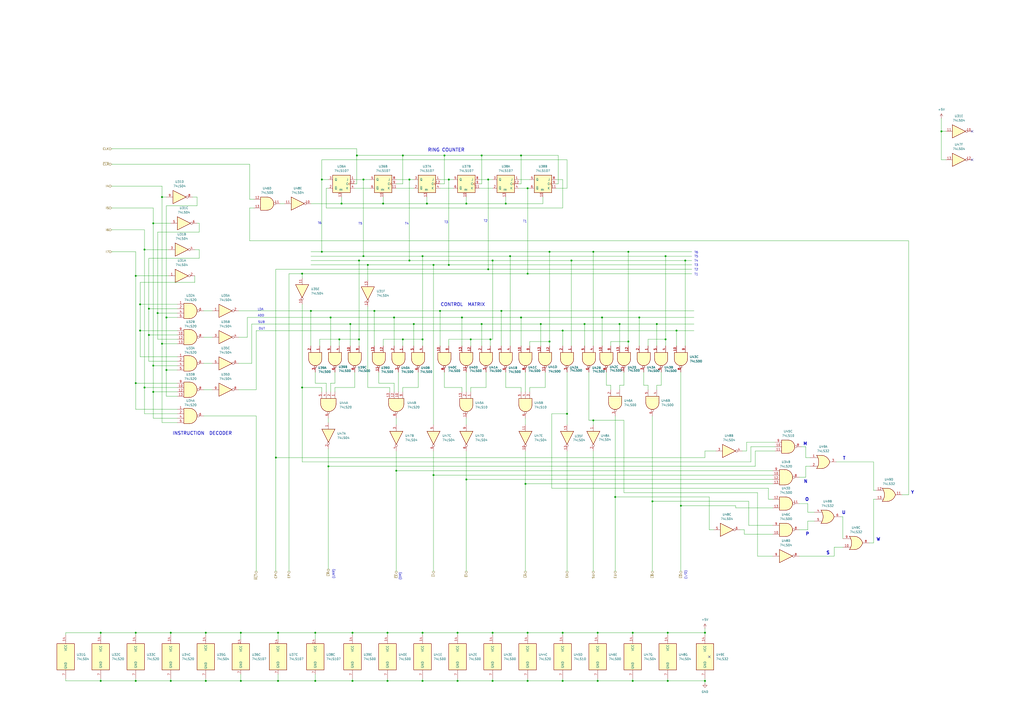
<source format=kicad_sch>
(kicad_sch (version 20231120) (generator "eeschema") (generator_version "8.0")
  (paper "A2")
  (title_block (title "ISAP-1 COMPUTER") (date "2025-01-19") (rev "Version 1.1") (comment 1 "by Linca Marius Gheorghe") (comment 3 "ISAP-1 Computer Model A"))
  (junction (at 293.37 118.11))
  (junction (at 265.43 367.03))
  (junction (at 364.49 198.12))
  (junction (at 408.94 394.97))
  (junction (at 378.46 290.83))
  (junction (at 331.47 151.13))
  (junction (at 295.91 148.59))
  (junction (at 279.4 90.17))
  (junction (at 283.21 156.21))
  (junction (at 191.77 184.15))
  (junction (at 186.69 146.05))
  (junction (at 78.74 367.03))
  (junction (at 284.48 196.85))
  (junction (at 394.97 293.37))
  (junction (at 203.2 187.96))
  (junction (at 302.26 90.17))
  (junction (at 224.79 394.97))
  (junction (at 387.35 394.97))
  (junction (at 93.98 114.3))
  (junction (at 78.74 394.97))
  (junction (at 139.7 394.97))
  (junction (at 313.69 187.96))
  (junction (at 270.51 278.13))
  (junction (at 204.47 367.03))
  (junction (at 367.03 367.03))
  (junction (at 237.49 104.14))
  (junction (at 83.82 144.78))
  (junction (at 265.43 394.97))
  (junction (at 328.93 240.03))
  (junction (at 370.84 184.15))
  (junction (at 270.51 118.11))
  (junction (at 119.38 367.03))
  (junction (at 392.43 191.77))
  (junction (at 260.35 104.14))
  (junction (at 285.75 394.97))
  (junction (at 367.03 394.97))
  (junction (at 359.41 187.96))
  (junction (at 210.82 148.59))
  (junction (at 306.07 109.22))
  (junction (at 283.21 104.14))
  (junction (at 182.88 367.03))
  (junction (at 257.81 90.17))
  (junction (at 93.98 199.39))
  (junction (at 285.75 151.13))
  (junction (at 279.4 187.96))
  (junction (at 208.28 151.13))
  (junction (at 83.82 224.79))
  (junction (at 233.68 196.85))
  (junction (at 175.26 158.75))
  (junction (at 213.36 153.67))
  (junction (at 344.17 146.05))
  (junction (at 210.82 104.14))
  (junction (at 81.28 191.77))
  (junction (at 88.9 212.09))
  (junction (at 349.25 184.15))
  (junction (at 198.12 118.11))
  (junction (at 255.27 180.34))
  (junction (at 306.07 367.03))
  (junction (at 364.49 146.05))
  (junction (at 204.47 394.97))
  (junction (at 161.29 367.03))
  (junction (at 86.36 194.31))
  (junction (at 228.6 184.15))
  (junction (at 245.11 394.97))
  (junction (at 119.38 394.97))
  (junction (at 247.65 118.11))
  (junction (at 306.07 158.75))
  (junction (at 58.42 367.03))
  (junction (at 339.09 187.96))
  (junction (at 245.11 148.59))
  (junction (at 182.88 394.97))
  (junction (at 306.07 394.97))
  (junction (at 344.17 243.84))
  (junction (at 229.87 273.05))
  (junction (at 91.44 181.61))
  (junction (at 302.26 184.15))
  (junction (at 237.49 151.13))
  (junction (at 326.39 394.97))
  (junction (at 326.39 367.03))
  (junction (at 240.03 187.96))
  (junction (at 81.28 176.53))
  (junction (at 208.28 196.85))
  (junction (at 346.71 394.97))
  (junction (at 180.34 180.34))
  (junction (at 318.77 146.05))
  (junction (at 186.69 104.14))
  (junction (at 356.87 288.29))
  (junction (at 326.39 191.77))
  (junction (at 381 187.96))
  (junction (at 217.17 180.34))
  (junction (at 251.46 153.67))
  (junction (at 139.7 367.03))
  (junction (at 397.51 151.13))
  (junction (at 245.11 196.85))
  (junction (at 222.25 118.11))
  (junction (at 96.52 214.63))
  (junction (at 196.85 196.85))
  (junction (at 78.74 160.02))
  (junction (at 546.1 76.2))
  (junction (at 207.01 90.17))
  (junction (at 88.9 227.33))
  (junction (at 161.29 394.97))
  (junction (at 245.11 367.03))
  (junction (at 346.71 367.03))
  (junction (at 386.08 196.85))
  (junction (at 86.36 179.07))
  (junction (at 387.35 367.03))
  (junction (at 304.8 280.67))
  (junction (at 285.75 367.03))
  (junction (at 290.83 180.34))
  (junction (at 386.08 148.59))
  (junction (at 318.77 198.12))
  (junction (at 273.05 196.85))
  (junction (at 224.79 367.03))
  (junction (at 96.52 184.15))
  (junction (at 260.35 153.67))
  (junction (at 88.9 129.54))
  (junction (at 233.68 90.17))
  (junction (at 267.97 184.15))
  (junction (at 190.5 270.51))
  (junction (at 175.26 224.79))
  (junction (at 408.94 367.03))
  (junction (at 58.42 394.97))
  (junction (at 99.06 367.03))
  (junction (at 251.46 275.59))
  (junction (at 160.02 265.43))
  (junction (at 99.06 394.97))
  (junction (at 78.74 222.25))
  (no_connect (at 563.88 92.71))
  (no_connect (at 563.88 76.2))
  (no_connect (at 411.48 381))
  (wire (pts (xy 233.68 90.17) (xy 257.81 90.17)))
  (wire (pts (xy 255.27 106.68) (xy 257.81 106.68)))
  (wire (pts (xy 279.4 187.96) (xy 279.4 200.66)))
  (wire (pts (xy 506.73 267.97) (xy 506.73 284.48)))
  (wire (pts (xy 468.63 297.18) (xy 468.63 292.1)))
  (wire (pts (xy 226.06 224.79) (xy 213.36 224.79)))
  (wire (pts (xy 273.05 196.85) (xy 273.05 200.66)))
  (wire (pts (xy 88.9 212.09) (xy 102.87 212.09)))
  (wire (pts (xy 488.95 299.72) (xy 488.95 312.42)))
  (wire (pts (xy 58.42 367.03) (xy 58.42 368.3)))
  (wire (pts (xy 508 289.56) (xy 506.73 289.56)))
  (wire (pts (xy 448.31 309.88) (xy 431.8 309.88)))
  (wire (pts (xy 81.28 191.77) (xy 102.87 191.77)))
  (wire (pts (xy 138.43 180.34) (xy 180.34 180.34)))
  (wire (pts (xy 115.57 144.78) (xy 115.57 149.86)))
  (wire (pts (xy 180.34 148.59) (xy 210.82 148.59)))
  (wire (pts (xy 279.4 90.17) (xy 257.81 90.17)))
  (wire (pts (xy 78.74 146.05) (xy 78.74 160.02)))
  (wire (pts (xy 318.77 146.05) (xy 344.17 146.05)))
  (wire (pts (xy 381 226.06) (xy 381 223.52)))
  (wire (pts (xy 93.98 245.11) (xy 102.87 245.11)))
  (wire (pts (xy 88.9 212.09) (xy 88.9 227.33)))
  (wire (pts (xy 64.77 107.95) (xy 93.98 107.95)))
  (wire (pts (xy 408.94 368.3) (xy 408.94 367.03)))
  (wire (pts (xy 364.49 146.05) (xy 364.49 198.12)))
  (wire (pts (xy 285.75 394.97) (xy 306.07 394.97)))
  (wire (pts (xy 175.26 224.79) (xy 175.26 267.97)))
  (wire (pts (xy 147.32 115.57) (xy 144.78 115.57)))
  (wire (pts (xy 147.32 120.65) (xy 144.78 120.65)))
  (wire (pts (xy 64.77 95.25) (xy 144.78 95.25)))
  (wire (pts (xy 408.94 364.49) (xy 408.94 367.03)))
  (wire (pts (xy 91.44 196.85) (xy 102.87 196.85)))
  (wire (pts (xy 115.57 134.62) (xy 91.44 134.62)))
  (wire (pts (xy 469.9 270.51) (xy 467.36 270.51)))
  (wire (pts (xy 245.11 148.59) (xy 245.11 196.85)))
  (wire (pts (xy 139.7 394.97) (xy 161.29 394.97)))
  (wire (pts (xy 394.97 293.37) (xy 394.97 331.47)))
  (wire (pts (xy 224.79 394.97) (xy 245.11 394.97)))
  (wire (pts (xy 233.68 224.79) (xy 242.57 224.79)))
  (wire (pts (xy 240.03 187.96) (xy 240.03 200.66)))
  (wire (pts (xy 86.36 149.86) (xy 86.36 179.07)))
  (wire (pts (xy 180.34 118.11) (xy 198.12 118.11)))
  (wire (pts (xy 191.77 227.33) (xy 191.77 222.25)))
  (wire (pts (xy 265.43 394.97) (xy 285.75 394.97)))
  (wire (pts (xy 313.69 187.96) (xy 313.69 200.66)))
  (wire (pts (xy 160.02 265.43) (xy 160.02 331.47)))
  (wire (pts (xy 300.99 109.22) (xy 306.07 109.22)))
  (wire (pts (xy 213.36 153.67) (xy 213.36 162.56)))
  (wire (pts (xy 304.8 280.67) (xy 448.31 280.67)))
  (wire (pts (xy 429.26 307.34) (xy 431.8 307.34)))
  (wire (pts (xy 346.71 394.97) (xy 346.71 393.7)))
  (wire (pts (xy 208.28 151.13) (xy 237.49 151.13)))
  (wire (pts (xy 185.42 196.85) (xy 196.85 196.85)))
  (wire (pts (xy 302.26 90.17) (xy 302.26 106.68)))
  (wire (pts (xy 229.87 109.22) (xy 240.03 109.22)))
  (wire (pts (xy 326.39 191.77) (xy 392.43 191.77)))
  (wire (pts (xy 245.11 367.03) (xy 265.43 367.03)))
  (wire (pts (xy 354.33 200.66) (xy 354.33 198.12)))
  (wire (pts (xy 302.26 184.15) (xy 349.25 184.15)))
  (wire (pts (xy 314.96 118.11) (xy 293.37 118.11)))
  (wire (pts (xy 213.36 177.8) (xy 213.36 224.79)))
  (wire (pts (xy 304.8 242.57) (xy 304.8 246.38)))
  (wire (pts (xy 326.39 367.03) (xy 326.39 368.3)))
  (wire (pts (xy 148.59 191.77) (xy 326.39 191.77)))
  (wire (pts (xy 255.27 104.14) (xy 260.35 104.14)))
  (wire (pts (xy 205.74 106.68) (xy 207.01 106.68)))
  (wire (pts (xy 88.9 227.33) (xy 88.9 242.57)))
  (wire (pts (xy 273.05 224.79) (xy 281.94 224.79)))
  (wire (pts (xy 433.07 256.54) (xy 433.07 261.62)))
  (wire (pts (xy 245.11 148.59) (xy 295.91 148.59)))
  (wire (pts (xy 78.74 393.7) (xy 78.74 394.97)))
  (wire (pts (xy 354.33 223.52) (xy 351.79 223.52)))
  (wire (pts (xy 228.6 227.33) (xy 228.6 222.25)))
  (wire (pts (xy 81.28 176.53) (xy 102.87 176.53)))
  (wire (pts (xy 161.29 394.97) (xy 182.88 394.97)))
  (wire (pts (xy 194.31 227.33) (xy 194.31 224.79)))
  (wire (pts (xy 83.82 133.35) (xy 83.82 144.78)))
  (wire (pts (xy 267.97 227.33) (xy 267.97 224.79)))
  (wire (pts (xy 207.01 90.17) (xy 233.68 90.17)))
  (wire (pts (xy 383.54 223.52) (xy 383.54 215.9)))
  (wire (pts (xy 323.85 106.68) (xy 323.85 90.17)))
  (wire (pts (xy 255.27 109.22) (xy 262.89 109.22)))
  (wire (pts (xy 331.47 151.13) (xy 331.47 200.66)))
  (wire (pts (xy 344.17 146.05) (xy 364.49 146.05)))
  (wire (pts (xy 408.94 261.62) (xy 408.94 265.43)))
  (wire (pts (xy 378.46 290.83) (xy 434.34 290.83)))
  (wire (pts (xy 229.87 273.05) (xy 448.31 273.05)))
  (wire (pts (xy 346.71 394.97) (xy 367.03 394.97)))
  (wire (pts (xy 180.34 153.67) (xy 213.36 153.67)))
  (wire (pts (xy 364.49 198.12) (xy 364.49 200.66)))
  (wire (pts (xy 78.74 160.02) (xy 97.79 160.02)))
  (wire (pts (xy 273.05 196.85) (xy 284.48 196.85)))
  (wire (pts (xy 307.34 224.79) (xy 316.23 224.79)))
  (wire (pts (xy 306.07 109.22) (xy 307.34 109.22)))
  (wire (pts (xy 293.37 114.3) (xy 293.37 118.11)))
  (wire (pts (xy 186.69 92.71) (xy 328.93 92.71)))
  (wire (pts (xy 78.74 367.03) (xy 99.06 367.03)))
  (wire (pts (xy 251.46 275.59) (xy 251.46 331.47)))
  (wire (pts (xy 397.51 151.13) (xy 397.51 200.66)))
  (wire (pts (xy 467.36 270.51) (xy 467.36 276.86)))
  (wire (pts (xy 439.42 322.58) (xy 448.31 322.58)))
  (wire (pts (xy 359.41 223.52) (xy 361.95 223.52)))
  (wire (pts (xy 118.11 241.3) (xy 148.59 241.3)))
  (wire (pts (xy 364.49 146.05) (xy 401.32 146.05)))
  (wire (pts (xy 190.5 270.51) (xy 438.15 270.51)))
  (wire (pts (xy 233.68 196.85) (xy 233.68 200.66)))
  (wire (pts (xy 78.74 367.03) (xy 78.74 368.3)))
  (wire (pts (xy 260.35 196.85) (xy 273.05 196.85)))
  (wire (pts (xy 328.93 240.03) (xy 328.93 246.38)))
  (wire (pts (xy 190.5 260.35) (xy 190.5 270.51)))
  (wire (pts (xy 118.11 226.06) (xy 123.19 226.06)))
  (wire (pts (xy 381 187.96) (xy 402.59 187.96)))
  (wire (pts (xy 189.23 222.25) (xy 182.88 222.25)))
  (wire (pts (xy 175.26 176.53) (xy 175.26 224.79)))
  (wire (pts (xy 320.04 240.03) (xy 320.04 283.21)))
  (wire (pts (xy 314.96 114.3) (xy 314.96 118.11)))
  (wire (pts (xy 210.82 148.59) (xy 245.11 148.59)))
  (wire (pts (xy 210.82 104.14) (xy 214.63 104.14)))
  (wire (pts (xy 96.52 184.15) (xy 96.52 214.63)))
  (wire (pts (xy 93.98 114.3) (xy 93.98 107.95)))
  (wire (pts (xy 233.68 90.17) (xy 233.68 106.68)))
  (wire (pts (xy 143.51 184.15) (xy 191.77 184.15)))
  (wire (pts (xy 204.47 367.03) (xy 204.47 368.3)))
  (wire (pts (xy 96.52 184.15) (xy 102.87 184.15)))
  (wire (pts (xy 83.82 224.79) (xy 102.87 224.79)))
  (wire (pts (xy 316.23 224.79) (xy 316.23 215.9)))
  (wire (pts (xy 386.08 196.85) (xy 386.08 200.66)))
  (wire (pts (xy 300.99 104.14) (xy 307.34 104.14)))
  (wire (pts (xy 548.64 92.71) (xy 546.1 92.71)))
  (wire (pts (xy 229.87 104.14) (xy 237.49 104.14)))
  (wire (pts (xy 378.46 290.83) (xy 378.46 331.47)))
  (wire (pts (xy 468.63 307.34) (xy 463.55 307.34)))
  (wire (pts (xy 189.23 120.65) (xy 326.39 120.65)))
  (wire (pts (xy 293.37 224.79) (xy 293.37 215.9)))
  (wire (pts (xy 373.38 223.52) (xy 375.92 223.52)))
  (wire (pts (xy 397.51 151.13) (xy 401.32 151.13)))
  (wire (pts (xy 148.59 226.06) (xy 148.59 191.77)))
  (wire (pts (xy 237.49 104.14) (xy 240.03 104.14)))
  (wire (pts (xy 394.97 293.37) (xy 426.72 293.37)))
  (wire (pts (xy 99.06 367.03) (xy 99.06 368.3)))
  (wire (pts (xy 270.51 114.3) (xy 270.51 118.11)))
  (wire (pts (xy 285.75 394.97) (xy 285.75 393.7)))
  (wire (pts (xy 463.55 322.58) (xy 483.87 322.58)))
  (wire (pts (xy 251.46 153.67) (xy 260.35 153.67)))
  (wire (pts (xy 295.91 148.59) (xy 386.08 148.59)))
  (wire (pts (xy 411.48 288.29) (xy 411.48 307.34)))
  (wire (pts (xy 205.74 109.22) (xy 214.63 109.22)))
  (wire (pts (xy 83.82 224.79) (xy 83.82 240.03)))
  (wire (pts (xy 304.8 215.9) (xy 304.8 227.33)))
  (wire (pts (xy 302.26 90.17) (xy 279.4 90.17)))
  (wire (pts (xy 91.44 134.62) (xy 91.44 181.61)))
  (wire (pts (xy 194.31 224.79) (xy 205.74 224.79)))
  (wire (pts (xy 354.33 226.06) (xy 354.33 223.52)))
  (wire (pts (xy 448.31 294.64) (xy 426.72 294.64)))
  (wire (pts (xy 139.7 367.03) (xy 161.29 367.03)))
  (wire (pts (xy 381 187.96) (xy 381 200.66)))
  (wire (pts (xy 205.74 104.14) (xy 210.82 104.14)))
  (wire (pts (xy 58.42 367.03) (xy 78.74 367.03)))
  (wire (pts (xy 203.2 200.66) (xy 203.2 187.96)))
  (wire (pts (xy 527.05 287.02) (xy 523.24 287.02)))
  (wire (pts (xy 328.93 109.22) (xy 328.93 92.71)))
  (wire (pts (xy 320.04 283.21) (xy 445.77 283.21)))
  (wire (pts (xy 138.43 195.58) (xy 143.51 195.58)))
  (wire (pts (xy 203.2 187.96) (xy 240.03 187.96)))
  (wire (pts (xy 279.4 106.68) (xy 279.4 90.17)))
  (wire (pts (xy 118.11 195.58) (xy 123.19 195.58)))
  (wire (pts (xy 260.35 104.14) (xy 260.35 153.67)))
  (wire (pts (xy 237.49 151.13) (xy 285.75 151.13)))
  (wire (pts (xy 302.26 227.33) (xy 302.26 224.79)))
  (wire (pts (xy 180.34 180.34) (xy 180.34 200.66)))
  (wire (pts (xy 64.77 133.35) (xy 83.82 133.35)))
  (wire (pts (xy 527.05 139.7) (xy 527.05 287.02)))
  (wire (pts (xy 245.11 196.85) (xy 245.11 200.66)))
  (wire (pts (xy 93.98 114.3) (xy 96.52 114.3)))
  (wire (pts (xy 251.46 275.59) (xy 448.31 275.59)))
  (wire (pts (xy 175.26 158.75) (xy 175.26 161.29)))
  (wire (pts (xy 267.97 224.79) (xy 257.81 224.79)))
  (wire (pts (xy 217.17 180.34) (xy 217.17 200.66)))
  (wire (pts (xy 180.34 180.34) (xy 217.17 180.34)))
  (wire (pts (xy 284.48 196.85) (xy 285.75 196.85)))
  (wire (pts (xy 81.28 207.01) (xy 102.87 207.01)))
  (wire (pts (xy 304.8 261.62) (xy 304.8 280.67)))
  (wire (pts (xy 190.5 242.57) (xy 190.5 245.11)))
  (wire (pts (xy 228.6 184.15) (xy 228.6 200.66)))
  (wire (pts (xy 139.7 391.16) (xy 139.7 394.97)))
  (wire (pts (xy 260.35 153.67) (xy 401.32 153.67)))
  (wire (pts (xy 118.11 210.82) (xy 123.19 210.82)))
  (wire (pts (xy 255.27 180.34) (xy 290.83 180.34)))
  (wire (pts (xy 257.81 106.68) (xy 257.81 90.17)))
  (wire (pts (xy 546.1 92.71) (xy 546.1 76.2)))
  (wire (pts (xy 392.43 191.77) (xy 402.59 191.77)))
  (wire (pts (xy 251.46 261.62) (xy 251.46 275.59)))
  (wire (pts (xy 182.88 394.97) (xy 204.47 394.97)))
  (wire (pts (xy 386.08 148.59) (xy 386.08 196.85)))
  (wire (pts (xy 78.74 222.25) (xy 78.74 237.49)))
  (wire (pts (xy 204.47 394.97) (xy 224.79 394.97)))
  (wire (pts (xy 322.58 109.22) (xy 328.93 109.22)))
  (wire (pts (xy 381 223.52) (xy 383.54 223.52)))
  (wire (pts (xy 191.77 200.66) (xy 191.77 184.15)))
  (wire (pts (xy 64.77 86.36) (xy 207.01 86.36)))
  (wire (pts (xy 175.26 158.75) (xy 306.07 158.75)))
  (wire (pts (xy 113.03 163.83) (xy 81.28 163.83)))
  (wire (pts (xy 328.93 240.03) (xy 320.04 240.03)))
  (wire (pts (xy 270.51 242.57) (xy 270.51 246.38)))
  (wire (pts (xy 144.78 139.7) (xy 527.05 139.7)))
  (wire (pts (xy 265.43 394.97) (xy 265.43 393.7)))
  (wire (pts (xy 339.09 187.96) (xy 359.41 187.96)))
  (wire (pts (xy 194.31 222.25) (xy 194.31 215.9)))
  (wire (pts (xy 113.03 144.78) (xy 115.57 144.78)))
  (wire (pts (xy 180.34 151.13) (xy 208.28 151.13)))
  (wire (pts (xy 387.35 367.03) (xy 387.35 368.3)))
  (wire (pts (xy 449.58 256.54) (xy 433.07 256.54)))
  (wire (pts (xy 485.14 267.97) (xy 506.73 267.97)))
  (wire (pts (xy 186.69 227.33) (xy 186.69 224.79)))
  (wire (pts (xy 161.29 367.03) (xy 182.88 367.03)))
  (wire (pts (xy 207.01 106.68) (xy 207.01 90.17)))
  (wire (pts (xy 285.75 367.03) (xy 306.07 367.03)))
  (wire (pts (xy 281.94 224.79) (xy 281.94 215.9)))
  (wire (pts (xy 367.03 394.97) (xy 367.03 393.7)))
  (wire (pts (xy 367.03 394.97) (xy 387.35 394.97)))
  (wire (pts (xy 285.75 367.03) (xy 285.75 368.3)))
  (wire (pts (xy 326.39 394.97) (xy 346.71 394.97)))
  (wire (pts (xy 285.75 151.13) (xy 285.75 196.85)))
  (wire (pts (xy 222.25 118.11) (xy 222.25 114.3)))
  (wire (pts (xy 293.37 118.11) (xy 270.51 118.11)))
  (wire (pts (xy 78.74 237.49) (xy 102.87 237.49)))
  (wire (pts (xy 483.87 322.58) (xy 483.87 317.5)))
  (wire (pts (xy 138.43 226.06) (xy 148.59 226.06)))
  (wire (pts (xy 114.3 114.3) (xy 114.3 119.38)))
  (wire (pts (xy 207.01 86.36) (xy 207.01 90.17)))
  (wire (pts (xy 160.02 156.21) (xy 283.21 156.21)))
  (wire (pts (xy 245.11 394.97) (xy 265.43 394.97)))
  (wire (pts (xy 306.07 109.22) (xy 306.07 158.75)))
  (wire (pts (xy 278.13 109.22) (xy 285.75 109.22)))
  (wire (pts (xy 86.36 179.07) (xy 86.36 194.31)))
  (wire (pts (xy 255.27 180.34) (xy 255.27 200.66)))
  (wire (pts (xy 331.47 151.13) (xy 397.51 151.13)))
  (wire (pts (xy 86.36 194.31) (xy 86.36 209.55)))
  (wire (pts (xy 208.28 196.85) (xy 208.28 200.66)))
  (wire (pts (xy 304.8 280.67) (xy 304.8 331.47)))
  (wire (pts (xy 185.42 200.66) (xy 185.42 196.85)))
  (wire (pts (xy 81.28 163.83) (xy 81.28 176.53)))
  (wire (pts (xy 273.05 227.33) (xy 273.05 224.79)))
  (wire (pts (xy 408.94 394.97) (xy 387.35 394.97)))
  (wire (pts (xy 93.98 199.39) (xy 93.98 245.11)))
  (wire (pts (xy 373.38 223.52) (xy 373.38 215.9)))
  (wire (pts (xy 38.1 394.97) (xy 58.42 394.97)))
  (wire (pts (xy 349.25 184.15) (xy 349.25 200.66)))
  (wire (pts (xy 300.99 106.68) (xy 302.26 106.68)))
  (wire (pts (xy 257.81 224.79) (xy 257.81 215.9)))
  (wire (pts (xy 247.65 118.11) (xy 222.25 118.11)))
  (wire (pts (xy 506.73 289.56) (xy 506.73 314.96)))
  (wire (pts (xy 430.53 261.62) (xy 433.07 261.62)))
  (wire (pts (xy 351.79 223.52) (xy 351.79 215.9)))
  (wire (pts (xy 146.05 187.96) (xy 203.2 187.96)))
  (wire (pts (xy 367.03 367.03) (xy 367.03 368.3)))
  (wire (pts (xy 283.21 104.14) (xy 283.21 156.21)))
  (wire (pts (xy 138.43 210.82) (xy 146.05 210.82)))
  (wire (pts (xy 307.34 227.33) (xy 307.34 224.79)))
  (wire (pts (xy 408.94 367.03) (xy 387.35 367.03)))
  (wire (pts (xy 387.35 393.7) (xy 387.35 394.97)))
  (wire (pts (xy 91.44 181.61) (xy 102.87 181.61)))
  (wire (pts (xy 113.03 160.02) (xy 113.03 163.83)))
  (wire (pts (xy 119.38 393.7) (xy 119.38 394.97)))
  (wire (pts (xy 78.74 222.25) (xy 102.87 222.25)))
  (wire (pts (xy 196.85 196.85) (xy 196.85 200.66)))
  (wire (pts (xy 270.51 118.11) (xy 247.65 118.11)))
  (wire (pts (xy 326.39 120.65) (xy 326.39 104.14)))
  (wire (pts (xy 78.74 160.02) (xy 78.74 222.25)))
  (wire (pts (xy 190.5 109.22) (xy 189.23 109.22)))
  (wire (pts (xy 448.31 289.56) (xy 445.77 289.56)))
  (wire (pts (xy 93.98 199.39) (xy 102.87 199.39)))
  (wire (pts (xy 313.69 187.96) (xy 339.09 187.96)))
  (wire (pts (xy 208.28 196.85) (xy 208.28 151.13)))
  (wire (pts (xy 467.36 259.08) (xy 467.36 265.43)))
  (wire (pts (xy 546.1 76.2) (xy 546.1 68.58)))
  (wire (pts (xy 186.69 146.05) (xy 318.77 146.05)))
  (wire (pts (xy 81.28 176.53) (xy 81.28 191.77)))
  (wire (pts (xy 344.17 243.84) (xy 361.95 243.84)))
  (wire (pts (xy 83.82 144.78) (xy 97.79 144.78)))
  (wire (pts (xy 58.42 394.97) (xy 78.74 394.97)))
  (wire (pts (xy 265.43 367.03) (xy 265.43 368.3)))
  (wire (pts (xy 370.84 184.15) (xy 370.84 200.66)))
  (wire (pts (xy 449.58 261.62) (xy 438.15 261.62)))
  (wire (pts (xy 367.03 367.03) (xy 387.35 367.03)))
  (wire (pts (xy 279.4 187.96) (xy 313.69 187.96)))
  (wire (pts (xy 328.93 215.9) (xy 328.93 240.03)))
  (wire (pts (xy 468.63 302.26) (xy 472.44 302.26)))
  (wire (pts (xy 344.17 261.62) (xy 344.17 331.47)))
  (wire (pts (xy 161.29 391.16) (xy 161.29 394.97)))
  (wire (pts (xy 196.85 196.85) (xy 208.28 196.85)))
  (wire (pts (xy 233.68 227.33) (xy 233.68 224.79)))
  (wire (pts (xy 361.95 223.52) (xy 361.95 215.9)))
  (wire (pts (xy 111.76 114.3) (xy 114.3 114.3)))
  (wire (pts (xy 506.73 284.48) (xy 508 284.48)))
  (wire (pts (xy 284.48 200.66) (xy 284.48 196.85)))
  (wire (pts (xy 449.58 259.08) (xy 435.61 259.08)))
  (wire (pts (xy 408.94 394.97) (xy 408.94 396.24)))
  (wire (pts (xy 167.64 158.75) (xy 167.64 331.47)))
  (wire (pts (xy 344.17 146.05) (xy 344.17 200.66)))
  (wire (pts (xy 445.77 289.56) (xy 445.77 283.21)))
  (wire (pts (xy 306.07 367.03) (xy 306.07 368.3)))
  (wire (pts (xy 229.87 242.57) (xy 229.87 246.38)))
  (wire (pts (xy 270.51 215.9) (xy 270.51 227.33)))
  (wire (pts (xy 198.12 114.3) (xy 198.12 118.11)))
  (wire (pts (xy 426.72 294.64) (xy 426.72 293.37)))
  (wire (pts (xy 270.51 278.13) (xy 448.31 278.13)))
  (wire (pts (xy 114.3 129.54) (xy 115.57 129.54)))
  (wire (pts (xy 488.95 299.72) (xy 487.68 299.72)))
  (wire (pts (xy 251.46 153.67) (xy 251.46 246.38)))
  (wire (pts (xy 322.58 106.68) (xy 323.85 106.68)))
  (wire (pts (xy 302.26 90.17) (xy 323.85 90.17)))
  (wire (pts (xy 88.9 242.57) (xy 102.87 242.57)))
  (wire (pts (xy 307.34 200.66) (xy 307.34 198.12)))
  (wire (pts (xy 210.82 104.14) (xy 210.82 148.59)))
  (wire (pts (xy 270.51 278.13) (xy 270.51 331.47)))
  (wire (pts (xy 228.6 184.15) (xy 267.97 184.15)))
  (wire (pts (xy 375.92 226.06) (xy 375.92 223.52)))
  (wire (pts (xy 64.77 120.65) (xy 88.9 120.65)))
  (wire (pts (xy 175.26 267.97) (xy 435.61 267.97)))
  (wire (pts (xy 326.39 191.77) (xy 326.39 200.66)))
  (wire (pts (xy 86.36 194.31) (xy 102.87 194.31)))
  (wire (pts (xy 115.57 149.86) (xy 86.36 149.86)))
  (wire (pts (xy 180.34 146.05) (xy 186.69 146.05)))
  (wire (pts (xy 307.34 198.12) (xy 318.77 198.12)))
  (wire (pts (xy 346.71 367.03) (xy 367.03 367.03)))
  (wire (pts (xy 190.5 270.51) (xy 190.5 330.2)))
  (wire (pts (xy 467.36 265.43) (xy 469.9 265.43)))
  (wire (pts (xy 346.71 367.03) (xy 346.71 368.3)))
  (wire (pts (xy 88.9 129.54) (xy 99.06 129.54)))
  (wire (pts (xy 224.79 367.03) (xy 224.79 368.3)))
  (wire (pts (xy 349.25 184.15) (xy 370.84 184.15)))
  (wire (pts (xy 119.38 367.03) (xy 139.7 367.03)))
  (wire (pts (xy 83.82 240.03) (xy 102.87 240.03)))
  (wire (pts (xy 167.64 158.75) (xy 175.26 158.75)))
  (wire (pts (xy 361.95 243.84) (xy 361.95 285.75)))
  (wire (pts (xy 86.36 209.55) (xy 102.87 209.55)))
  (wire (pts (xy 99.06 394.97) (xy 119.38 394.97)))
  (wire (pts (xy 285.75 151.13) (xy 331.47 151.13)))
  (wire (pts (xy 231.14 215.9) (xy 231.14 227.33)))
  (wire (pts (xy 306.07 367.03) (xy 326.39 367.03)))
  (wire (pts (xy 394.97 215.9) (xy 394.97 293.37)))
  (wire (pts (xy 219.71 215.9) (xy 219.71 222.25)))
  (wire (pts (xy 326.39 394.97) (xy 326.39 393.7)))
  (wire (pts (xy 290.83 180.34) (xy 402.59 180.34)))
  (wire (pts (xy 186.69 104.14) (xy 186.69 146.05)))
  (wire (pts (xy 160.02 156.21) (xy 160.02 265.43)))
  (wire (pts (xy 224.79 367.03) (xy 245.11 367.03)))
  (wire (pts (xy 182.88 391.16) (xy 182.88 394.97)))
  (wire (pts (xy 88.9 129.54) (xy 88.9 212.09)))
  (wire (pts (xy 378.46 241.3) (xy 378.46 290.83)))
  (wire (pts (xy 81.28 191.77) (xy 81.28 207.01)))
  (wire (pts (xy 283.21 104.14) (xy 285.75 104.14)))
  (wire (pts (xy 468.63 302.26) (xy 468.63 307.34)))
  (wire (pts (xy 386.08 148.59) (xy 401.32 148.59)))
  (wire (pts (xy 341.63 215.9) (xy 341.63 243.84)))
  (wire (pts (xy 359.41 226.06) (xy 359.41 223.52)))
  (wire (pts (xy 189.23 227.33) (xy 189.23 222.25)))
  (wire (pts (xy 143.51 195.58) (xy 143.51 184.15)))
  (wire (pts (xy 408.94 393.7) (xy 408.94 394.97)))
  (wire (pts (xy 270.51 261.62) (xy 270.51 278.13)))
  (wire (pts (xy 139.7 367.03) (xy 139.7 370.84)))
  (wire (pts (xy 278.13 106.68) (xy 279.4 106.68)))
  (wire (pts (xy 361.95 285.75) (xy 439.42 285.75)))
  (wire (pts (xy 370.84 184.15) (xy 402.59 184.15)))
  (wire (pts (xy 114.3 119.38) (xy 96.52 119.38)))
  (wire (pts (xy 160.02 265.43) (xy 408.94 265.43)))
  (wire (pts (xy 392.43 200.66) (xy 392.43 191.77)))
  (wire (pts (xy 278.13 104.14) (xy 283.21 104.14)))
  (wire (pts (xy 356.87 288.29) (xy 356.87 331.47)))
  (wire (pts (xy 182.88 222.25) (xy 182.88 215.9)))
  (wire (pts (xy 267.97 184.15) (xy 267.97 200.66)))
  (wire (pts (xy 204.47 394.97) (xy 204.47 393.7)))
  (wire (pts (xy 233.68 196.85) (xy 245.11 196.85)))
  (wire (pts (xy 96.52 214.63) (xy 96.52 229.87)))
  (wire (pts (xy 322.58 104.14) (xy 326.39 104.14)))
  (wire (pts (xy 144.78 120.65) (xy 144.78 139.7)))
  (wire (pts (xy 339.09 187.96) (xy 339.09 200.66)))
  (wire (pts (xy 434.34 290.83) (xy 434.34 304.8)))
  (wire (pts (xy 306.07 158.75) (xy 401.32 158.75)))
  (wire (pts (xy 247.65 114.3) (xy 247.65 118.11)))
  (wire (pts (xy 190.5 104.14) (xy 186.69 104.14)))
  (wire (pts (xy 356.87 241.3) (xy 356.87 288.29)))
  (wire (pts (xy 506.73 314.96) (xy 504.19 314.96)))
  (wire (pts (xy 448.31 304.8) (xy 434.34 304.8)))
  (wire (pts (xy 96.52 229.87) (xy 102.87 229.87)))
  (wire (pts (xy 186.69 104.14) (xy 186.69 92.71)))
  (wire (pts (xy 359.41 187.96) (xy 381 187.96)))
  (wire (pts (xy 326.39 367.03) (xy 346.71 367.03)))
  (wire (pts (xy 302.26 224.79) (xy 293.37 224.79)))
  (wire (pts (xy 96.52 214.63) (xy 102.87 214.63)))
  (wire (pts (xy 354.33 198.12) (xy 364.49 198.12)))
  (wire (pts (xy 119.38 394.97) (xy 139.7 394.97)))
  (wire (pts (xy 245.11 367.03) (xy 245.11 368.3)))
  (wire (pts (xy 217.17 180.34) (xy 255.27 180.34)))
  (wire (pts (xy 182.88 367.03) (xy 204.47 367.03)))
  (wire (pts (xy 414.02 307.34) (xy 411.48 307.34)))
  (wire (pts (xy 463.55 292.1) (xy 468.63 292.1)))
  (wire (pts (xy 38.1 367.03) (xy 38.1 368.3)))
  (wire (pts (xy 295.91 200.66) (xy 295.91 148.59)))
  (wire (pts (xy 328.93 261.62) (xy 328.93 331.47)))
  (wire (pts (xy 260.35 196.85) (xy 260.35 200.66)))
  (wire (pts (xy 86.36 179.07) (xy 102.87 179.07)))
  (wire (pts (xy 58.42 393.7) (xy 58.42 394.97)))
  (wire (pts (xy 198.12 118.11) (xy 222.25 118.11)))
  (wire (pts (xy 222.25 196.85) (xy 233.68 196.85)))
  (wire (pts (xy 408.94 261.62) (xy 415.29 261.62)))
  (wire (pts (xy 88.9 227.33) (xy 102.87 227.33)))
  (wire (pts (xy 204.47 367.03) (xy 224.79 367.03)))
  (wire (pts (xy 318.77 146.05) (xy 318.77 198.12)))
  (wire (pts (xy 439.42 285.75) (xy 439.42 322.58)))
  (wire (pts (xy 64.77 146.05) (xy 78.74 146.05)))
  (wire (pts (xy 375.92 200.66) (xy 375.92 196.85)))
  (wire (pts (xy 260.35 104.14) (xy 262.89 104.14)))
  (wire (pts (xy 148.59 241.3) (xy 148.59 331.47)))
  (wire (pts (xy 146.05 210.82) (xy 146.05 187.96)))
  (wire (pts (xy 344.17 246.38) (xy 344.17 243.84)))
  (wire (pts (xy 38.1 367.03) (xy 58.42 367.03)))
  (wire (pts (xy 283.21 156.21) (xy 401.32 156.21)))
  (wire (pts (xy 306.07 394.97) (xy 326.39 394.97)))
  (wire (pts (xy 182.88 367.03) (xy 182.88 370.84)))
  (wire (pts (xy 119.38 367.03) (xy 119.38 368.3)))
  (wire (pts (xy 88.9 129.54) (xy 88.9 120.65)))
  (wire (pts (xy 118.11 180.34) (xy 123.19 180.34)))
  (wire (pts (xy 375.92 196.85) (xy 386.08 196.85)))
  (wire (pts (xy 242.57 224.79) (xy 242.57 215.9)))
  (wire (pts (xy 213.36 153.67) (xy 251.46 153.67)))
  (wire (pts (xy 302.26 184.15) (xy 302.26 200.66)))
  (wire (pts (xy 144.78 95.25) (xy 144.78 115.57)))
  (wire (pts (xy 222.25 200.66) (xy 222.25 196.85)))
  (wire (pts (xy 237.49 104.14) (xy 237.49 151.13)))
  (wire (pts (xy 191.77 184.15) (xy 228.6 184.15)))
  (wire (pts (xy 228.6 222.25) (xy 219.71 222.25)))
  (wire (pts (xy 265.43 367.03) (xy 285.75 367.03)))
  (wire (pts (xy 165.1 118.11) (xy 162.56 118.11)))
  (wire (pts (xy 240.03 187.96) (xy 279.4 187.96)))
  (wire (pts (xy 359.41 200.66) (xy 359.41 187.96)))
  (wire (pts (xy 341.63 243.84) (xy 344.17 243.84)))
  (wire (pts (xy 191.77 222.25) (xy 194.31 222.25)))
  (wire (pts (xy 546.1 76.2) (xy 548.64 76.2)))
  (wire (pts (xy 435.61 259.08) (xy 435.61 267.97)))
  (wire (pts (xy 483.87 317.5) (xy 488.95 317.5)))
  (wire (pts (xy 267.97 184.15) (xy 302.26 184.15)))
  (wire (pts (xy 224.79 394.97) (xy 224.79 393.7)))
  (wire (pts (xy 356.87 288.29) (xy 411.48 288.29)))
  (wire (pts (xy 290.83 200.66) (xy 290.83 180.34)))
  (wire (pts (xy 472.44 297.18) (xy 468.63 297.18)))
  (wire (pts (xy 205.74 224.79) (xy 205.74 215.9)))
  (wire (pts (xy 99.06 367.03) (xy 119.38 367.03)))
  (wire (pts (xy 431.8 309.88) (xy 431.8 307.34)))
  (wire (pts (xy 467.36 276.86) (xy 463.55 276.86)))
  (wire (pts (xy 438.15 261.62) (xy 438.15 270.51)))
  (wire (pts (xy 318.77 198.12) (xy 318.77 200.66)))
  (wire (pts (xy 96.52 119.38) (xy 96.52 184.15)))
  (wire (pts (xy 186.69 224.79) (xy 175.26 224.79)))
  (wire (pts (xy 229.87 273.05) (xy 229.87 331.47)))
  (wire (pts (xy 115.57 129.54) (xy 115.57 134.62)))
  (wire (pts (xy 464.82 259.08) (xy 467.36 259.08)))
  (wire (pts (xy 229.87 261.62) (xy 229.87 273.05)))
  (wire (pts (xy 38.1 393.7) (xy 38.1 394.97)))
  (wire (pts (xy 245.11 394.97) (xy 245.11 393.7)))
  (wire (pts (xy 161.29 367.03) (xy 161.29 370.84)))
  (wire (pts (xy 93.98 114.3) (xy 93.98 199.39)))
  (wire (pts (xy 99.06 393.7) (xy 99.06 394.97)))
  (wire (pts (xy 189.23 109.22) (xy 189.23 120.65)))
  (wire (pts (xy 91.44 181.61) (xy 91.44 196.85)))
  (wire (pts (xy 226.06 227.33) (xy 226.06 224.79)))
  (wire (pts (xy 78.74 394.97) (xy 99.06 394.97)))
  (wire (pts (xy 83.82 144.78) (xy 83.82 224.79)))
  (wire (pts (xy 229.87 106.68) (xy 233.68 106.68)))
  (wire (pts (xy 306.07 394.97) (xy 306.07 393.7)))
  (text "T6" (at 185.42 129.54 0) (effects (font (size 1.27 1.27))))
  (text "(DM)" (at 232.156 334.264 90) (effects (font (size 1.27 1.27))))
  (text "W" (at 509.524 312.928 0) (effects (font (size 1.778 1.778) (thickness 0.3556) (bold yes))))
  (text "U" (at 489.458 297.434 0) (effects (font (size 1.778 1.778) (thickness 0.3556) (bold yes))))
  (text "T4" (at 403.86 151.384 0) (effects (font (size 1.27 1.27))))
  (text "(LMR)" (at 193.548 332.994 90) (effects (font (size 1.27 1.27))))
  (text "T1" (at 403.86 159.258 0) (effects (font (size 1.27 1.27))))
  (text "T1" (at 304.546 128.524 0) (effects (font (size 1.27 1.27))))
  (text "M" (at 467.106 257.556 0) (effects (font (size 1.778 1.778) (thickness 0.3556) (bold yes))))
  (text "(I/O)" (at 397.764 333.502 90) (effects (font (size 1.27 1.27))))
  (text "N" (at 467.36 279.4 0) (effects (font (size 1.778 1.778) (thickness 0.3556) (bold yes))))
  (text "T4" (at 235.966 129.794 0) (effects (font (size 1.27 1.27))))
  (text "CONTROL  MATRIX" (at 268.478 176.784 0) (effects (font (size 1.905 1.905) (thickness 0.254) (bold yes))))
  (text "O" (at 468.122 289.814 0) (effects (font (size 1.778 1.778) (thickness 0.3556) (bold yes))))
  (text "T" (at 489.712 265.938 0) (effects (font (size 1.778 1.778) (thickness 0.3556) (bold yes))))
  (text "T3" (at 403.86 153.924 0) (effects (font (size 1.27 1.27))))
  (text "T5" (at 403.86 148.844 0) (effects (font (size 1.27 1.27))))
  (text "T2" (at 281.686 128.27 0) (effects (font (size 1.27 1.27))))
  (text "T2" (at 403.86 156.464 0) (effects (font (size 1.27 1.27))))
  (text "INSTRUCTION  DECODER" (at 117.348 251.46 0) (effects (font (size 1.905 1.905) (thickness 0.254) (bold yes))))
  (text "Y" (at 529.336 285.75 0) (effects (font (size 1.778 1.778) (thickness 0.3556) (bold yes))))
  (text "S" (at 480.314 320.802 0) (effects (font (size 1.778 1.778) (thickness 0.3556) (bold yes))))
  (text "P" (at 468.376 309.88 0) (effects (font (size 1.778 1.778) (thickness 0.3556) (bold yes))))
  (text "ADD" (at 151.384 183.134 0) (effects (font (size 1.27 1.27))))
  (text "SUB" (at 151.638 186.944 0) (effects (font (size 1.27 1.27))))
  (text "T6" (at 403.86 146.558 0) (effects (font (size 1.27 1.27))))
  (text "T3" (at 258.826 129.032 0) (effects (font (size 1.27 1.27))))
  (text "LDA" (at 151.13 179.578 0) (effects (font (size 1.27 1.27))))
  (text "OUT" (at 151.892 190.754 0) (effects (font (size 1.27 1.27))))
  (text "RING COUNTER" (at 258.826 87.122 0) (effects (font (size 1.905 1.905) (thickness 0.254) (bold yes))))
  (text "T5" (at 209.042 129.794 0) (effects (font (size 1.27 1.27))))
  (hierarchical_label "I4" (shape input) (at 64.77 107.95 180))
  (hierarchical_label "~{LB}" (shape output) (at 378.46 331.47 270))
  (hierarchical_label "~{LM}" (shape output) (at 190.5 330.2 270))
  (hierarchical_label "SU" (shape output) (at 344.17 331.47 270))
  (hierarchical_label "~{HLT}" (shape output) (at 148.59 331.47 270))
  (hierarchical_label "EU" (shape output) (at 356.87 331.47 270))
  (hierarchical_label "CP" (shape output) (at 160.02 331.47 270))
  (hierarchical_label "EP" (shape output) (at 167.64 331.47 270))
  (hierarchical_label "EA" (shape output) (at 328.93 331.47 270))
  (hierarchical_label "CLK" (shape input) (at 64.77 86.36 180))
  (hierarchical_label "~{CLR}" (shape input) (at 64.77 95.25 180))
  (hierarchical_label "I6" (shape input) (at 64.77 133.35 180))
  (hierarchical_label "~{LO}" (shape output) (at 394.97 331.47 270))
  (hierarchical_label "I5" (shape input) (at 64.77 120.65 180))
  (hierarchical_label "~{EI}" (shape output) (at 270.51 331.47 270))
  (hierarchical_label "~{LA}" (shape output) (at 304.8 331.47 270))
  (hierarchical_label "~{CE}" (shape output) (at 229.87 331.47 270))
  (hierarchical_label "~{LI}" (shape output) (at 251.46 331.47 270))
  (hierarchical_label "I7" (shape input) (at 64.77 146.05 180))
  (symbol (lib_id "74xx:74LS00") (at 285.75 381 0) (unit 5)
    (property "Reference" "U43" (at 292.1 379.7299 0) (effects (justify left)))
    (property "Value" "74LS00" (at 292.1 382.2699 0) (effects (justify left)))
    (property "Footprint" "Package_DIP:DIP-14_W7.62mm_LongPads" (effects (hide yes)))
    (property "Datasheet" "http://www.ti.com/lit/gpn/sn74ls00" (effects (hide yes)))
    (property "Description" "quad 2-input NAND gate" (effects (hide yes)))
  )
  (symbol (lib_id "74xx:74LS20") (at 190.5 234.95 270) (unit 1)
    (property "Reference" "U44" (at 196.85 233.6702 90) (effects (justify left)))
    (property "Value" "74LS20" (at 196.85 236.2102 90) (effects (justify left)))
    (property "Footprint" "Package_DIP:DIP-14_W7.62mm_LongPads" (effects (hide yes)))
    (property "Datasheet" "http://www.ti.com/lit/gpn/sn74LS20" (effects (hide yes)))
    (property "Description" "Dual 4-input NAND" (effects (hide yes)))
  )
  (symbol (lib_id "74xx:74LS04") (at 130.81 226.06 0) (unit 4)
    (property "Reference" "U35" (at 130.81 217.17 0))
    (property "Value" "74LS04" (at 130.81 219.71 0))
    (property "Footprint" "Package_DIP:DIP-14_W7.62mm_LongPads" (effects (hide yes)))
    (property "Datasheet" "http://www.ti.com/lit/gpn/sn74LS04" (effects (hide yes)))
    (property "Description" "Hex Inverter" (effects (hide yes)))
  )
  (symbol (lib_id "74xx:74LS00") (at 257.81 208.28 270) (unit 3)
    (property "Reference" "U40" (at 259.842 213.106 90) (effects (justify left)))
    (property "Value" "74LS00" (at 259.842 215.138 90) (effects (justify left)))
    (property "Footprint" "Package_DIP:DIP-14_W7.62mm_LongPads" (effects (hide yes)))
    (property "Datasheet" "http://www.ti.com/lit/gpn/sn74ls00" (effects (hide yes)))
    (property "Description" "quad 2-input NAND gate" (effects (hide yes)))
  )
  (symbol (lib_id "74xx:74LS00") (at 245.11 381 0) (unit 5)
    (property "Reference" "U41" (at 251.46 379.7299 0) (effects (justify left)))
    (property "Value" "74LS00" (at 251.46 382.2699 0) (effects (justify left)))
    (property "Footprint" "Package_DIP:DIP-14_W7.62mm_LongPads" (effects (hide yes)))
    (property "Datasheet" "http://www.ti.com/lit/gpn/sn74ls00" (effects (hide yes)))
    (property "Description" "quad 2-input NAND gate" (effects (hide yes)))
  )
  (symbol (lib_id "74xx:74LS04") (at 556.26 76.2 0) (unit 5)
    (property "Reference" "U31" (at 556.26 67.31 0))
    (property "Value" "74LS04" (at 556.26 69.85 0))
    (property "Footprint" "Package_DIP:DIP-14_W7.62mm_LongPads" (effects (hide yes)))
    (property "Datasheet" "http://www.ti.com/lit/gpn/sn74LS04" (effects (hide yes)))
    (property "Description" "Hex Inverter" (effects (hide yes)))
  )
  (symbol (lib_id "74xx:74LS04") (at 130.81 195.58 0) (unit 2)
    (property "Reference" "U35" (at 130.81 186.69 0))
    (property "Value" "74LS04" (at 130.81 189.23 0))
    (property "Footprint" "Package_DIP:DIP-14_W7.62mm_LongPads" (effects (hide yes)))
    (property "Datasheet" "http://www.ti.com/lit/gpn/sn74LS04" (effects (hide yes)))
    (property "Description" "Hex Inverter" (effects (hide yes)))
  )
  (symbol (lib_id "74xx:74LS20") (at 99.06 381 0) (unit 3)
    (property "Reference" "U34" (at 105.41 379.7299 0) (effects (justify left)))
    (property "Value" "74LS20" (at 105.41 382.2699 0) (effects (justify left)))
    (property "Footprint" "Package_DIP:DIP-14_W7.62mm_LongPads" (effects (hide yes)))
    (property "Datasheet" "http://www.ti.com/lit/gpn/sn74LS20" (effects (hide yes)))
    (property "Description" "Dual 4-input NAND" (effects (hide yes)))
  )
  (symbol (lib_id "74xx:74LS20") (at 229.87 234.95 270) (unit 2)
    (property "Reference" "U44" (at 236.22 233.6702 90) (effects (justify left)))
    (property "Value" "74LS20" (at 236.22 236.2102 90) (effects (justify left)))
    (property "Footprint" "Package_DIP:DIP-14_W7.62mm_LongPads" (effects (hide yes)))
    (property "Datasheet" "http://www.ti.com/lit/gpn/sn74LS20" (effects (hide yes)))
    (property "Description" "Dual 4-input NAND" (effects (hide yes)))
  )
  (symbol (lib_id "74xx:74LS32") (at 496.57 314.96 0) (unit 3)
    (property "Reference" "U49" (at 496.57 306.07 0))
    (property "Value" "74LS32" (at 496.57 308.61 0))
    (property "Footprint" "Package_DIP:DIP-14_W7.62mm" (effects (hide yes)))
    (property "Datasheet" "http://www.ti.com/lit/gpn/sn74LS32" (effects (hide yes)))
    (property "Description" "Quad 2-input OR" (effects (hide yes)))
  )
  (symbol (lib_id "74xx:74LS20") (at 110.49 241.3 0) (unit 1)
    (property "Reference" "U34" (at 110.4803 232.41 0))
    (property "Value" "74LS20" (at 110.4803 234.95 0))
    (property "Footprint" "Package_DIP:DIP-14_W7.62mm_LongPads" (effects (hide yes)))
    (property "Datasheet" "http://www.ti.com/lit/gpn/sn74LS20" (effects (hide yes)))
    (property "Description" "Dual 4-input NAND" (effects (hide yes)))
  )
  (symbol (lib_id "74xx:74LS00") (at 204.47 381 0) (unit 5)
    (property "Reference" "U39" (at 210.82 379.7299 0) (effects (justify left)))
    (property "Value" "74LS00" (at 210.82 382.2699 0) (effects (justify left)))
    (property "Footprint" "Package_DIP:DIP-14_W7.62mm_LongPads" (effects (hide yes)))
    (property "Datasheet" "http://www.ti.com/lit/gpn/sn74ls00" (effects (hide yes)))
    (property "Description" "quad 2-input NAND gate" (effects (hide yes)))
  )
  (symbol (lib_id "74xx:74LS04") (at 367.03 381 0) (unit 7)
    (property "Reference" "U47" (at 373.38 379.7299 0) (effects (justify left)))
    (property "Value" "74LS04" (at 373.38 382.2699 0) (effects (justify left)))
    (property "Footprint" "Package_DIP:DIP-14_W7.62mm_LongPads" (effects (hide yes)))
    (property "Datasheet" "http://www.ti.com/lit/gpn/sn74LS04" (effects (hide yes)))
    (property "Description" "Hex Inverter" (effects (hide yes)))
  )
  (symbol (lib_id "74xx:74LS00") (at 346.71 381 0) (unit 5)
    (property "Reference" "U46" (at 353.06 379.7299 0) (effects (justify left)))
    (property "Value" "74LS00" (at 353.06 382.2699 0) (effects (justify left)))
    (property "Footprint" "Package_DIP:DIP-14_W7.62mm_LongPads" (effects (hide yes)))
    (property "Datasheet" "http://www.ti.com/lit/gpn/sn74ls00" (effects (hide yes)))
    (property "Description" "quad 2-input NAND gate" (effects (hide yes)))
  )
  (symbol (lib_id "74xx:74LS00") (at 351.79 208.28 270) (unit 3)
    (property "Reference" "U42" (at 353.568 212.852 90) (effects (justify left)))
    (property "Value" "74LS00" (at 353.568 214.884 90) (effects (justify left)))
    (property "Footprint" "Package_DIP:DIP-14_W7.62mm_LongPads" (effects (hide yes)))
    (property "Datasheet" "http://www.ti.com/lit/gpn/sn74ls00" (effects (hide yes)))
    (property "Description" "quad 2-input NAND gate" (effects (hide yes)))
  )
  (symbol (lib_id "74xx:74LS00") (at 394.97 208.28 270) (unit 3)
    (property "Reference" "U43" (at 400.05 207.0016 90) (effects (justify left)))
    (property "Value" "74LS00" (at 400.05 209.5416 90) (effects (justify left)))
    (property "Footprint" "Package_DIP:DIP-14_W7.62mm_LongPads" (effects (hide yes)))
    (property "Datasheet" "http://www.ti.com/lit/gpn/sn74ls00" (effects (hide yes)))
    (property "Description" "quad 2-input NAND gate" (effects (hide yes)))
  )
  (symbol (lib_id "74xx:74LS00") (at 281.94 208.28 270) (unit 1)
    (property "Reference" "U41" (at 283.718 213.106 90) (effects (justify left)))
    (property "Value" "74LS00" (at 283.718 215.138 90) (effects (justify left)))
    (property "Footprint" "Package_DIP:DIP-14_W7.62mm_LongPads" (effects (hide yes)))
    (property "Datasheet" "http://www.ti.com/lit/gpn/sn74ls00" (effects (hide yes)))
    (property "Description" "quad 2-input NAND gate" (effects (hide yes)))
  )
  (symbol (lib_id "74xx:74LS20") (at 110.49 226.06 0) (unit 2)
    (property "Reference" "U33" (at 110.4803 217.17 0))
    (property "Value" "74LS20" (at 110.4803 219.71 0))
    (property "Footprint" "Package_DIP:DIP-14_W7.62mm_LongPads" (effects (hide yes)))
    (property "Datasheet" "http://www.ti.com/lit/gpn/sn74LS20" (effects (hide yes)))
    (property "Description" "Dual 4-input NAND" (effects (hide yes)))
  )
  (symbol (lib_id "74xx:74LS04") (at 175.26 168.91 270) (unit 5)
    (property "Reference" "U35" (at 180.34 167.6399 90) (effects (justify left)))
    (property "Value" "74LS04" (at 180.34 170.1799 90) (effects (justify left)))
    (property "Footprint" "Package_DIP:DIP-14_W7.62mm_LongPads" (effects (hide yes)))
    (property "Datasheet" "http://www.ti.com/lit/gpn/sn74LS04" (effects (hide yes)))
    (property "Description" "Hex Inverter" (effects (hide yes)))
  )
  (symbol (lib_id "74xx:74LS32") (at 515.62 287.02 0) (unit 4)
    (property "Reference" "U49" (at 515.62 278.13 0))
    (property "Value" "74LS32" (at 515.62 280.67 0))
    (property "Footprint" "Package_DIP:DIP-14_W7.62mm" (effects (hide yes)))
    (property "Datasheet" "http://www.ti.com/lit/gpn/sn74LS32" (effects (hide yes)))
    (property "Description" "Quad 2-input OR" (effects (hide yes)))
  )
  (symbol (lib_id "power:+5V") (at 546.1 68.58 0) (unit 1)
    (property "Reference" "#PWR0110" (effects (hide yes)))
    (property "Value" "+5V" (at 546.1 63.5 0))
    (property "Description" "Power symbol creates a global label with name \"+5V\"" (effects (hide yes)))
  )
  (symbol (lib_id "74xx:74LS32") (at 477.52 267.97 0) (unit 1)
    (property "Reference" "U49" (at 477.52 259.08 0))
    (property "Value" "74LS32" (at 477.52 261.62 0))
    (property "Footprint" "Package_DIP:DIP-14_W7.62mm" (effects (hide yes)))
    (property "Datasheet" "http://www.ti.com/lit/gpn/sn74LS32" (effects (hide yes)))
    (property "Description" "Quad 2-input OR" (effects (hide yes)))
  )
  (symbol (lib_id "74xx:74LS00") (at 219.71 208.28 270) (unit 4)
    (property "Reference" "U39" (at 220.98 213.36 90) (effects (justify left)))
    (property "Value" "74LS00" (at 220.98 215.646 90) (effects (justify left)))
    (property "Footprint" "Package_DIP:DIP-14_W7.62mm_LongPads" (effects (hide yes)))
    (property "Datasheet" "http://www.ti.com/lit/gpn/sn74ls00" (effects (hide yes)))
    (property "Description" "quad 2-input NAND gate" (effects (hide yes)))
  )
  (symbol (lib_id "74xx:74LS04") (at 106.68 129.54 0) (unit 3)
    (property "Reference" "U31" (at 106.68 120.65 0))
    (property "Value" "74LS04" (at 106.68 123.19 0))
    (property "Footprint" "Package_DIP:DIP-14_W7.62mm_LongPads" (effects (hide yes)))
    (property "Datasheet" "http://www.ti.com/lit/gpn/sn74LS04" (effects (hide yes)))
    (property "Description" "Hex Inverter" (effects (hide yes)))
  )
  (symbol (lib_id "74xx:74LS00") (at 242.57 208.28 270) (unit 2)
    (property "Reference" "U40" (at 244.094 213.36 90) (effects (justify left)))
    (property "Value" "74LS00" (at 243.586 215.646 90) (effects (justify left)))
    (property "Footprint" "Package_DIP:DIP-14_W7.62mm_LongPads" (effects (hide yes)))
    (property "Datasheet" "http://www.ti.com/lit/gpn/sn74ls00" (effects (hide yes)))
    (property "Description" "quad 2-input NAND gate" (effects (hide yes)))
  )
  (symbol (lib_id "74xx:74LS04") (at 328.93 254 270) (unit 6)
    (property "Reference" "U35" (at 333.248 252.984 90) (effects (justify left)))
    (property "Value" "74LS04" (at 332.232 255.27 90) (effects (justify left)))
    (property "Footprint" "Package_DIP:DIP-14_W7.62mm_LongPads" (effects (hide yes)))
    (property "Datasheet" "http://www.ti.com/lit/gpn/sn74LS04" (effects (hide yes)))
    (property "Description" "Hex Inverter" (effects (hide yes)))
  )
  (symbol (lib_id "74xx:74LS00") (at 194.31 208.28 270) (unit 2)
    (property "Reference" "U39" (at 196.342 212.852 90) (effects (justify left)))
    (property "Value" "74LS00" (at 196.342 215.138 90) (effects (justify left)))
    (property "Footprint" "Package_DIP:DIP-14_W7.62mm_LongPads" (effects (hide yes)))
    (property "Datasheet" "http://www.ti.com/lit/gpn/sn74ls00" (effects (hide yes)))
    (property "Description" "quad 2-input NAND gate" (effects (hide yes)))
  )
  (symbol (lib_id "74xx:74LS00") (at 316.23 208.28 270) (unit 4)
    (property "Reference" "U41" (at 318.008 212.852 90) (effects (justify left)))
    (property "Value" "74LS00" (at 318.008 215.392 90) (effects (justify left)))
    (property "Footprint" "Package_DIP:DIP-14_W7.62mm_LongPads" (effects (hide yes)))
    (property "Datasheet" "http://www.ti.com/lit/gpn/sn74ls00" (effects (hide yes)))
    (property "Description" "quad 2-input NAND gate" (effects (hide yes)))
  )
  (symbol (lib_id "74xx:74LS00") (at 231.14 208.28 270) (unit 1)
    (property "Reference" "U40" (at 232.664 213.36 90) (effects (justify left)))
    (property "Value" "74LS00" (at 232.664 215.646 90) (effects (justify left)))
    (property "Footprint" "Package_DIP:DIP-14_W7.62mm_LongPads" (effects (hide yes)))
    (property "Datasheet" "http://www.ti.com/lit/gpn/sn74ls00" (effects (hide yes)))
    (property "Description" "quad 2-input NAND gate" (effects (hide yes)))
  )
  (symbol (lib_id "74xx:74LS32") (at 408.94 381 0) (unit 5)
    (property "Reference" "U49" (at 415.29 379.7299 0) (effects (justify left)))
    (property "Value" "74LS32" (at 415.29 382.2699 0) (effects (justify left)))
    (property "Footprint" "Package_DIP:DIP-14_W7.62mm" (effects (hide yes)))
    (property "Datasheet" "http://www.ti.com/lit/gpn/sn74LS32" (effects (hide yes)))
    (property "Description" "Quad 2-input OR" (effects (hide yes)))
  )
  (symbol (lib_id "74xx:74LS00") (at 265.43 381 0) (unit 5)
    (property "Reference" "U42" (at 271.78 379.7299 0) (effects (justify left)))
    (property "Value" "74LS00" (at 271.78 382.2699 0) (effects (justify left)))
    (property "Footprint" "Package_DIP:DIP-14_W7.62mm_LongPads" (effects (hide yes)))
    (property "Datasheet" "http://www.ti.com/lit/gpn/sn74ls00" (effects (hide yes)))
    (property "Description" "quad 2-input NAND gate" (effects (hide yes)))
  )
  (symbol (lib_id "74xx:74LS20") (at 306.07 381 0) (unit 3)
    (property "Reference" "U44" (at 312.42 379.7299 0) (effects (justify left)))
    (property "Value" "74LS20" (at 312.42 382.2699 0) (effects (justify left)))
    (property "Footprint" "Package_DIP:DIP-14_W7.62mm_LongPads" (effects (hide yes)))
    (property "Datasheet" "http://www.ti.com/lit/gpn/sn74LS20" (effects (hide yes)))
    (property "Description" "Dual 4-input NAND" (effects (hide yes)))
  )
  (symbol (lib_id "74xx:74LS04") (at 213.36 170.18 270) (unit 6)
    (property "Reference" "U31" (at 218.44 168.9099 90) (effects (justify left)))
    (property "Value" "74LS04" (at 218.44 171.4499 90) (effects (justify left)))
    (property "Footprint" "Package_DIP:DIP-14_W7.62mm_LongPads" (effects (hide yes)))
    (property "Datasheet" "http://www.ti.com/lit/gpn/sn74LS04" (effects (hide yes)))
    (property "Description" "Hex Inverter" (effects (hide yes)))
  )
  (symbol (lib_id "74xx:74LS04") (at 105.41 160.02 0) (unit 1)
    (property "Reference" "U31" (at 105.41 151.13 0))
    (property "Value" "74LS04" (at 105.41 153.67 0))
    (property "Footprint" "Package_DIP:DIP-14_W7.62mm_LongPads" (effects (hide yes)))
    (property "Datasheet" "http://www.ti.com/lit/gpn/sn74LS04" (effects (hide yes)))
    (property "Description" "Hex Inverter" (effects (hide yes)))
  )
  (symbol (lib_id "74xx:74LS32") (at 480.06 299.72 0) (unit 2)
    (property "Reference" "U49" (at 480.06 290.83 0))
    (property "Value" "74LS32" (at 480.06 293.37 0))
    (property "Footprint" "Package_DIP:DIP-14_W7.62mm" (effects (hide yes)))
    (property "Datasheet" "http://www.ti.com/lit/gpn/sn74LS32" (effects (hide yes)))
    (property "Description" "Quad 2-input OR" (effects (hide yes)))
  )
  (symbol (lib_id "74xx:74LS00") (at 224.79 381 0) (unit 5)
    (property "Reference" "U40" (at 231.14 379.7299 0) (effects (justify left)))
    (property "Value" "74LS00" (at 231.14 382.2699 0) (effects (justify left)))
    (property "Footprint" "Package_DIP:DIP-14_W7.62mm_LongPads" (effects (hide yes)))
    (property "Datasheet" "http://www.ti.com/lit/gpn/sn74ls00" (effects (hide yes)))
    (property "Description" "quad 2-input NAND gate" (effects (hide yes)))
  )
  (symbol (lib_id "74xx:74LS10") (at 457.2 259.08 0) (unit 3)
    (property "Reference" "U45" (at 457.1917 250.19 0))
    (property "Value" "74LS10" (at 457.1917 252.73 0))
    (property "Footprint" "Package_DIP:DIP-14_W7.62mm_LongPads" (effects (hide yes)))
    (property "Datasheet" "http://www.ti.com/lit/gpn/sn74LS10" (effects (hide yes)))
    (property "Description" "Triple 3-input NAND" (effects (hide yes)))
  )
  (symbol (lib_id "74xx:74LS107") (at 247.65 106.68 0) (mirror y) (unit 1)
    (property "Reference" "U37" (at 247.65 96.52 0))
    (property "Value" "74LS107" (at 247.65 99.06 0))
    (property "Footprint" "Package_DIP:DIP-14_W7.62mm_LongPads" (effects (hide yes)))
    (property "Datasheet" "http://www.ti.com/lit/gpn/sn74LS107" (effects (hide yes)))
    (property "Description" "Dual JK Flip-Flop, reset" (effects (hide yes)))
  )
  (symbol (lib_id "74xx:74LS107") (at 182.88 381 0) (unit 3)
    (property "Reference" "U38" (at 189.23 379.7299 0) (effects (justify left)))
    (property "Value" "74LS107" (at 189.23 382.2699 0) (effects (justify left)))
    (property "Footprint" "Package_DIP:DIP-14_W7.62mm_LongPads" (effects (hide yes)))
    (property "Datasheet" "http://www.ti.com/lit/gpn/sn74LS107" (effects (hide yes)))
    (property "Description" "Dual JK Flip-Flop, reset" (effects (hide yes)))
  )
  (symbol (lib_id "74xx:74LS20") (at 110.49 195.58 0) (unit 2)
    (property "Reference" "U32" (at 110.4803 186.69 0))
    (property "Value" "74LS20" (at 110.4803 189.23 0))
    (property "Footprint" "Package_DIP:DIP-14_W7.62mm_LongPads" (effects (hide yes)))
    (property "Datasheet" "http://www.ti.com/lit/gpn/sn74LS20" (effects (hide yes)))
    (property "Description" "Dual 4-input NAND" (effects (hide yes)))
  )
  (symbol (lib_id "74xx:74LS04") (at 304.8 254 270) (unit 5)
    (property "Reference" "U47" (at 309.88 252.7299 90) (effects (justify left)))
    (property "Value" "74LS04" (at 309.88 255.2699 90) (effects (justify left)))
    (property "Footprint" "Package_DIP:DIP-14_W7.62mm_LongPads" (effects (hide yes)))
    (property "Datasheet" "http://www.ti.com/lit/gpn/sn74LS04" (effects (hide yes)))
    (property "Description" "Hex Inverter" (effects (hide yes)))
  )
  (symbol (lib_id "74xx:74LS107") (at 161.29 381 0) (unit 3)
    (property "Reference" "U37" (at 167.64 379.7299 0) (effects (justify left)))
    (property "Value" "74LS107" (at 167.64 382.2699 0) (effects (justify left)))
    (property "Footprint" "Package_DIP:DIP-14_W7.62mm_LongPads" (effects (hide yes)))
    (property "Datasheet" "http://www.ti.com/lit/gpn/sn74LS107" (effects (hide yes)))
    (property "Description" "Dual JK Flip-Flop, reset" (effects (hide yes)))
  )
  (symbol (lib_id "74xx:74LS107") (at 198.12 106.68 0) (mirror y) (unit 1)
    (property "Reference" "U36" (at 198.12 96.52 0))
    (property "Value" "74LS107" (at 198.12 99.06 0))
    (property "Footprint" "Package_DIP:DIP-14_W7.62mm_LongPads" (effects (hide yes)))
    (property "Datasheet" "http://www.ti.com/lit/gpn/sn74LS107" (effects (hide yes)))
    (property "Description" "Dual JK Flip-Flop, reset" (effects (hide yes)))
  )
  (symbol (lib_id "74xx:74LS04") (at 344.17 254 270) (unit 1)
    (property "Reference" "U48" (at 348.488 252.73 90) (effects (justify left)))
    (property "Value" "74LS04" (at 347.218 255.016 90) (effects (justify left)))
    (property "Footprint" "Package_DIP:DIP-14_W7.62mm_LongPads" (effects (hide yes)))
    (property "Datasheet" "http://www.ti.com/lit/gpn/sn74LS04" (effects (hide yes)))
    (property "Description" "Hex Inverter" (effects (hide yes)))
  )
  (symbol (lib_id "74xx:74LS04") (at 119.38 381 0) (unit 7)
    (property "Reference" "U35" (at 125.73 379.7299 0) (effects (justify left)))
    (property "Value" "74LS04" (at 125.73 382.2699 0) (effects (justify left)))
    (property "Footprint" "Package_DIP:DIP-14_W7.62mm_LongPads" (effects (hide yes)))
    (property "Datasheet" "http://www.ti.com/lit/gpn/sn74LS04" (effects (hide yes)))
    (property "Description" "Hex Inverter" (effects (hide yes)))
  )
  (symbol (lib_id "74xx:74LS20") (at 110.49 180.34 0) (unit 1)
    (property "Reference" "U32" (at 110.4803 171.45 0))
    (property "Value" "74LS20" (at 110.4803 173.99 0))
    (property "Footprint" "Package_DIP:DIP-14_W7.62mm_LongPads" (effects (hide yes)))
    (property "Datasheet" "http://www.ti.com/lit/gpn/sn74LS20" (effects (hide yes)))
    (property "Description" "Dual 4-input NAND" (effects (hide yes)))
  )
  (symbol (lib_id "74xx:74LS00") (at 182.88 208.28 270) (unit 1)
    (property "Reference" "U39" (at 184.404 213.36 90) (effects (justify left)))
    (property "Value" "74LS00" (at 184.658 215.646 90) (effects (justify left)))
    (property "Footprint" "Package_DIP:DIP-14_W7.62mm_LongPads" (effects (hide yes)))
    (property "Datasheet" "http://www.ti.com/lit/gpn/sn74ls00" (effects (hide yes)))
    (property "Description" "quad 2-input NAND gate" (effects (hide yes)))
  )
  (symbol (lib_id "74xx:74LS04") (at 190.5 252.73 270) (unit 1)
    (property "Reference" "U47" (at 195.58 251.4599 90) (effects (justify left)))
    (property "Value" "74LS04" (at 195.58 253.9999 90) (effects (justify left)))
    (property "Footprint" "Package_DIP:DIP-14_W7.62mm_LongPads" (effects (hide yes)))
    (property "Datasheet" "http://www.ti.com/lit/gpn/sn74LS04" (effects (hide yes)))
    (property "Description" "Hex Inverter" (effects (hide yes)))
  )
  (symbol (lib_id "74xx:74LS04") (at 130.81 180.34 0) (unit 1)
    (property "Reference" "U35" (at 130.81 171.45 0))
    (property "Value" "74LS04" (at 130.81 173.99 0))
    (property "Footprint" "Package_DIP:DIP-14_W7.62mm_LongPads" (effects (hide yes)))
    (property "Datasheet" "http://www.ti.com/lit/gpn/sn74LS04" (effects (hide yes)))
    (property "Description" "Hex Inverter" (effects (hide yes)))
  )
  (symbol (lib_id "74xx:74LS107") (at 270.51 106.68 0) (mirror y) (unit 2)
    (property "Reference" "U37" (at 270.51 96.52 0))
    (property "Value" "74LS107" (at 270.51 99.06 0))
    (property "Footprint" "Package_DIP:DIP-14_W7.62mm_LongPads" (effects (hide yes)))
    (property "Datasheet" "http://www.ti.com/lit/gpn/sn74LS107" (effects (hide yes)))
    (property "Description" "Dual JK Flip-Flop, reset" (effects (hide yes)))
  )
  (symbol (lib_id "74xx:74LS00") (at 270.51 208.28 270) (unit 4)
    (property "Reference" "U40" (at 272.034 213.106 90) (effects (justify left)))
    (property "Value" "74LS00" (at 272.288 215.138 90) (effects (justify left)))
    (property "Footprint" "Package_DIP:DIP-14_W7.62mm_LongPads" (effects (hide yes)))
    (property "Datasheet" "http://www.ti.com/lit/gpn/sn74ls00" (effects (hide yes)))
    (property "Description" "quad 2-input NAND gate" (effects (hide yes)))
  )
  (symbol (lib_id "74xx:74LS00") (at 341.63 208.28 270) (unit 2)
    (property "Reference" "U42" (at 343.408 213.36 90) (effects (justify left)))
    (property "Value" "74LS00" (at 343.662 215.392 90) (effects (justify left)))
    (property "Footprint" "Package_DIP:DIP-14_W7.62mm_LongPads" (effects (hide yes)))
    (property "Datasheet" "http://www.ti.com/lit/gpn/sn74ls00" (effects (hide yes)))
    (property "Description" "quad 2-input NAND gate" (effects (hide yes)))
  )
  (symbol (lib_id "74xx:74LS20") (at 455.93 276.86 0) (unit 2)
    (property "Reference" "U34" (at 455.9203 267.97 0))
    (property "Value" "74LS20" (at 455.9203 270.51 0))
    (property "Footprint" "Package_DIP:DIP-14_W7.62mm_LongPads" (effects (hide yes)))
    (property "Datasheet" "http://www.ti.com/lit/gpn/sn74LS20" (effects (hide yes)))
    (property "Description" "Dual 4-input NAND" (effects (hide yes)))
  )
  (symbol (lib_id "74xx:74LS04") (at 38.1 381 0) (unit 7)
    (property "Reference" "U31" (at 44.45 379.7299 0) (effects (justify left)))
    (property "Value" "74LS04" (at 44.45 382.2699 0) (effects (justify left)))
    (property "Footprint" "Package_DIP:DIP-14_W7.62mm_LongPads" (effects (hide yes)))
    (property "Datasheet" "http://www.ti.com/lit/gpn/sn74LS04" (effects (hide yes)))
    (property "Description" "Hex Inverter" (effects (hide yes)))
  )
  (symbol (lib_id "74xx:74LS00") (at 455.93 307.34 0) (unit 3)
    (property "Reference" "U46" (at 455.9217 298.45 0))
    (property "Value" "74LS00" (at 455.9217 300.99 0))
    (property "Footprint" "Package_DIP:DIP-14_W7.62mm_LongPads" (effects (hide yes)))
    (property "Datasheet" "http://www.ti.com/lit/gpn/sn74ls00" (effects (hide yes)))
    (property "Description" "quad 2-input NAND gate" (effects (hide yes)))
  )
  (symbol (lib_id "74xx:74LS00") (at 356.87 233.68 270) (unit 1)
    (property "Reference" "U46" (at 361.95 232.4016 90) (effects (justify left)))
    (property "Value" "74LS00" (at 361.95 234.9416 90) (effects (justify left)))
    (property "Footprint" "Package_DIP:DIP-14_W7.62mm_LongPads" (effects (hide yes)))
    (property "Datasheet" "http://www.ti.com/lit/gpn/sn74ls00" (effects (hide yes)))
    (property "Description" "quad 2-input NAND gate" (effects (hide yes)))
  )
  (symbol (lib_id "74xx:74LS04") (at 251.46 254 270) (unit 3)
    (property "Reference" "U47" (at 256.54 252.7299 90) (effects (justify left)))
    (property "Value" "74LS04" (at 256.54 255.2699 90) (effects (justify left)))
    (property "Footprint" "Package_DIP:DIP-14_W7.62mm_LongPads" (effects (hide yes)))
    (property "Datasheet" "http://www.ti.com/lit/gpn/sn74LS04" (effects (hide yes)))
    (property "Description" "Hex Inverter" (effects (hide yes)))
  )
  (symbol (lib_id "74xx:74LS107") (at 314.96 106.68 0) (mirror y) (unit 2)
    (property "Reference" "U38" (at 314.96 96.52 0))
    (property "Value" "74LS107" (at 314.96 99.06 0))
    (property "Footprint" "Package_DIP:DIP-14_W7.62mm_LongPads" (effects (hide yes)))
    (property "Datasheet" "http://www.ti.com/lit/gpn/sn74LS107" (effects (hide yes)))
    (property "Description" "Dual JK Flip-Flop, reset" (effects (hide yes)))
  )
  (symbol (lib_id "74xx:74LS20") (at 58.42 381 0) (unit 3)
    (property "Reference" "U32" (at 64.77 379.7299 0) (effects (justify left)))
    (property "Value" "74LS20" (at 64.77 382.2699 0) (effects (justify left)))
    (property "Footprint" "Package_DIP:DIP-14_W7.62mm_LongPads" (effects (hide yes)))
    (property "Datasheet" "http://www.ti.com/lit/gpn/sn74LS20" (effects (hide yes)))
    (property "Description" "Dual 4-input NAND" (effects (hide yes)))
  )
  (symbol (lib_id "74xx:74LS04") (at 422.91 261.62 0) (unit 2)
    (property "Reference" "U48" (at 422.91 252.73 0))
    (property "Value" "74LS04" (at 422.91 255.27 0))
    (property "Footprint" "Package_DIP:DIP-14_W7.62mm_LongPads" (effects (hide yes)))
    (property "Datasheet" "http://www.ti.com/lit/gpn/sn74LS04" (effects (hide yes)))
    (property "Description" "Hex Inverter" (effects (hide yes)))
  )
  (symbol (lib_id "74xx:74LS00") (at 361.95 208.28 270) (unit 4)
    (property "Reference" "U42" (at 363.982 213.106 90) (effects (justify left)))
    (property "Value" "74LS00" (at 363.982 214.884 90) (effects (justify left)))
    (property "Footprint" "Package_DIP:DIP-14_W7.62mm_LongPads" (effects (hide yes)))
    (property "Datasheet" "http://www.ti.com/lit/gpn/sn74ls00" (effects (hide yes)))
    (property "Description" "quad 2-input NAND gate" (effects (hide yes)))
  )
  (symbol (lib_id "74xx:74LS107") (at 139.7 381 0) (unit 3)
    (property "Reference" "U36" (at 146.05 379.7299 0) (effects (justify left)))
    (property "Value" "74LS107" (at 146.05 382.2699 0) (effects (justify left)))
    (property "Footprint" "Package_DIP:DIP-14_W7.62mm_LongPads" (effects (hide yes)))
    (property "Datasheet" "http://www.ti.com/lit/gpn/sn74LS107" (effects (hide yes)))
    (property "Description" "Dual JK Flip-Flop, reset" (effects (hide yes)))
  )
  (symbol (lib_id "74xx:74LS00") (at 205.74 208.28 270) (unit 3)
    (property "Reference" "U39" (at 207.518 213.106 90) (effects (justify left)))
    (property "Value" "74LS00" (at 207.518 215.138 90) (effects (justify left)))
    (property "Footprint" "Package_DIP:DIP-14_W7.62mm_LongPads" (effects (hide yes)))
    (property "Datasheet" "http://www.ti.com/lit/gpn/sn74ls00" (effects (hide yes)))
    (property "Description" "quad 2-input NAND gate" (effects (hide yes)))
  )
  (symbol (lib_id "74xx:74LS04") (at 556.26 92.71 0) (unit 6)
    (property "Reference" "U47" (at 556.26 83.82 0))
    (property "Value" "74LS04" (at 556.26 86.36 0))
    (property "Footprint" "Package_DIP:DIP-14_W7.62mm_LongPads" (effects (hide yes)))
    (property "Datasheet" "http://www.ti.com/lit/gpn/sn74LS04" (effects (hide yes)))
    (property "Description" "Hex Inverter" (effects (hide yes)))
  )
  (symbol (lib_id "74xx:74LS04") (at 270.51 254 270) (unit 4)
    (property "Reference" "U47" (at 275.59 252.7299 90) (effects (justify left)))
    (property "Value" "74LS04" (at 275.59 255.2699 90) (effects (justify left)))
    (property "Footprint" "Package_DIP:DIP-14_W7.62mm_LongPads" (effects (hide yes)))
    (property "Datasheet" "http://www.ti.com/lit/gpn/sn74LS04" (effects (hide yes)))
    (property "Description" "Hex Inverter" (effects (hide yes)))
  )
  (symbol (lib_id "74xx:74LS20") (at 110.49 210.82 0) (unit 1)
    (property "Reference" "U33" (at 110.4803 201.93 0))
    (property "Value" "74LS20" (at 110.4803 204.47 0))
    (property "Footprint" "Package_DIP:DIP-14_W7.62mm_LongPads" (effects (hide yes)))
    (property "Datasheet" "http://www.ti.com/lit/gpn/sn74LS20" (effects (hide yes)))
    (property "Description" "Dual 4-input NAND" (effects (hide yes)))
  )
  (symbol (lib_id "74xx:74LS04") (at 455.93 322.58 0) (unit 4)
    (property "Reference" "U48" (at 455.93 313.69 0))
    (property "Value" "74LS04" (at 455.93 316.23 0))
    (property "Footprint" "Package_DIP:DIP-14_W7.62mm_LongPads" (effects (hide yes)))
    (property "Datasheet" "http://www.ti.com/lit/gpn/sn74LS04" (effects (hide yes)))
    (property "Description" "Hex Inverter" (effects (hide yes)))
  )
  (symbol (lib_id "74xx:74LS20") (at 78.74 381 0) (unit 3)
    (property "Reference" "U33" (at 85.09 379.7299 0) (effects (justify left)))
    (property "Value" "74LS20" (at 85.09 382.2699 0) (effects (justify left)))
    (property "Footprint" "Package_DIP:DIP-14_W7.62mm_LongPads" (effects (hide yes)))
    (property "Datasheet" "http://www.ti.com/lit/gpn/sn74LS20" (effects (hide yes)))
    (property "Description" "Dual 4-input NAND" (effects (hide yes)))
  )
  (symbol (lib_id "74xx:74LS04") (at 130.81 210.82 0) (unit 3)
    (property "Reference" "U35" (at 130.81 201.93 0))
    (property "Value" "74LS04" (at 130.81 204.47 0))
    (property "Footprint" "Package_DIP:DIP-14_W7.62mm_LongPads" (effects (hide yes)))
    (property "Datasheet" "http://www.ti.com/lit/gpn/sn74LS04" (effects (hide yes)))
    (property "Description" "Hex Inverter" (effects (hide yes)))
  )
  (symbol (lib_id "74xx:74LS107") (at 293.37 106.68 0) (mirror y) (unit 1)
    (property "Reference" "U38" (at 293.37 96.52 0))
    (property "Value" "74LS107" (at 293.37 99.06 0))
    (property "Footprint" "Package_DIP:DIP-14_W7.62mm_LongPads" (effects (hide yes)))
    (property "Datasheet" "http://www.ti.com/lit/gpn/sn74LS107" (effects (hide yes)))
    (property "Description" "Dual JK Flip-Flop, reset" (effects (hide yes)))
  )
  (symbol (lib_id "74xx:74LS00") (at 328.93 208.28 270) (unit 1)
    (property "Reference" "U42" (at 330.454 213.106 90) (effects (justify left)))
    (property "Value" "74LS00" (at 330.454 214.884 90) (effects (justify left)))
    (property "Footprint" "Package_DIP:DIP-14_W7.62mm_LongPads" (effects (hide yes)))
    (property "Datasheet" "http://www.ti.com/lit/gpn/sn74ls00" (effects (hide yes)))
    (property "Description" "quad 2-input NAND gate" (effects (hide yes)))
  )
  (symbol (lib_id "74xx:74LS00") (at 383.54 208.28 270) (unit 2)
    (property "Reference" "U43" (at 385.318 213.106 90) (effects (justify left)))
    (property "Value" "74LS00" (at 385.318 215.138 90) (effects (justify left)))
    (property "Footprint" "Package_DIP:DIP-14_W7.62mm_LongPads" (effects (hide yes)))
    (property "Datasheet" "http://www.ti.com/lit/gpn/sn74ls00" (effects (hide yes)))
    (property "Description" "quad 2-input NAND gate" (effects (hide yes)))
  )
  (symbol (lib_id "74xx:74LS04") (at 172.72 118.11 0) (unit 5)
    (property "Reference" "U48" (at 172.72 109.22 0))
    (property "Value" "74LS04" (at 172.72 111.76 0))
    (property "Footprint" "Package_DIP:DIP-14_W7.62mm_LongPads" (effects (hide yes)))
    (property "Datasheet" "http://www.ti.com/lit/gpn/sn74LS04" (effects (hide yes)))
    (property "Description" "Hex Inverter" (effects (hide yes)))
  )
  (symbol (lib_id "74xx:74LS00") (at 154.94 118.11 0) (unit 4)
    (property "Reference" "U46" (at 154.9317 109.22 0))
    (property "Value" "74LS00" (at 154.9317 111.76 0))
    (property "Footprint" "Package_DIP:DIP-14_W7.62mm_LongPads" (effects (hide yes)))
    (property "Datasheet" "http://www.ti.com/lit/gpn/sn74ls00" (effects (hide yes)))
    (property "Description" "quad 2-input NAND gate" (effects (hide yes)))
  )
  (symbol (lib_id "74xx:74LS04") (at 104.14 114.3 0) (unit 4)
    (property "Reference" "U31" (at 104.14 105.41 0))
    (property "Value" "74LS04" (at 104.14 107.95 0))
    (property "Footprint" "Package_DIP:DIP-14_W7.62mm_LongPads" (effects (hide yes)))
    (property "Datasheet" "http://www.ti.com/lit/gpn/sn74LS04" (effects (hide yes)))
    (property "Description" "Hex Inverter" (effects (hide yes)))
  )
  (symbol (lib_id "power:GND") (at 408.94 396.24 0) (unit 1)
    (property "Reference" "#PWR062" (effects (hide yes)))
    (property "Value" "GND" (at 408.94 401.32 0))
    (property "Description" "Power symbol creates a global label with name \"GND\" , ground" (effects (hide yes)))
  )
  (symbol (lib_id "74xx:74LS04") (at 387.35 381 0) (unit 7)
    (property "Reference" "U48" (at 393.7 379.7299 0) (effects (justify left)))
    (property "Value" "74LS04" (at 393.7 382.2699 0) (effects (justify left)))
    (property "Footprint" "Package_DIP:DIP-14_W7.62mm_LongPads" (effects (hide yes)))
    (property "Datasheet" "http://www.ti.com/lit/gpn/sn74LS04" (effects (hide yes)))
    (property "Description" "Hex Inverter" (effects (hide yes)))
  )
  (symbol (lib_id "74xx:74LS00") (at 373.38 208.28 270) (unit 1)
    (property "Reference" "U43" (at 375.158 213.106 90) (effects (justify left)))
    (property "Value" "74LS00" (at 375.412 215.138 90) (effects (justify left)))
    (property "Footprint" "Package_DIP:DIP-14_W7.62mm_LongPads" (effects (hide yes)))
    (property "Datasheet" "http://www.ti.com/lit/gpn/sn74ls00" (effects (hide yes)))
    (property "Description" "quad 2-input NAND gate" (effects (hide yes)))
  )
  (symbol (lib_id "74xx:74LS107") (at 222.25 106.68 0) (mirror y) (unit 2)
    (property "Reference" "U36" (at 222.25 96.52 0))
    (property "Value" "74LS107" (at 222.25 99.06 0))
    (property "Footprint" "Package_DIP:DIP-14_W7.62mm_LongPads" (effects (hide yes)))
    (property "Datasheet" "http://www.ti.com/lit/gpn/sn74LS107" (effects (hide yes)))
    (property "Description" "Dual JK Flip-Flop, reset" (effects (hide yes)))
  )
  (symbol (lib_id "74xx:74LS10") (at 326.39 381 0) (unit 4)
    (property "Reference" "U45" (at 332.74 379.7299 0) (effects (justify left)))
    (property "Value" "74LS10" (at 332.74 382.2699 0) (effects (justify left)))
    (property "Footprint" "Package_DIP:DIP-14_W7.62mm_LongPads" (effects (hide yes)))
    (property "Datasheet" "http://www.ti.com/lit/gpn/sn74LS10" (effects (hide yes)))
    (property "Description" "Triple 3-input NAND" (effects (hide yes)))
  )
  (symbol (lib_id "74xx:74LS00") (at 293.37 208.28 270) (unit 2)
    (property "Reference" "U41" (at 294.894 213.36 90) (effects (justify left)))
    (property "Value" "74LS00" (at 294.894 215.646 90) (effects (justify left)))
    (property "Footprint" "Package_DIP:DIP-14_W7.62mm_LongPads" (effects (hide yes)))
    (property "Datasheet" "http://www.ti.com/lit/gpn/sn74ls00" (effects (hide yes)))
    (property "Description" "quad 2-input NAND gate" (effects (hide yes)))
  )
  (symbol (lib_id "74xx:74LS00") (at 304.8 208.28 270) (unit 3)
    (property "Reference" "U41" (at 306.324 213.106 90) (effects (justify left)))
    (property "Value" "74LS00" (at 306.324 215.138 90) (effects (justify left)))
    (property "Footprint" "Package_DIP:DIP-14_W7.62mm_LongPads" (effects (hide yes)))
    (property "Datasheet" "http://www.ti.com/lit/gpn/sn74ls00" (effects (hide yes)))
    (property "Description" "quad 2-input NAND gate" (effects (hide yes)))
  )
  (symbol (lib_id "74xx:74LS10") (at 304.8 234.95 270) (unit 2)
    (property "Reference" "U45" (at 309.88 233.6716 90) (effects (justify left)))
    (property "Value" "74LS10" (at 309.88 236.2116 90) (effects (justify left)))
    (property "Footprint" "Package_DIP:DIP-14_W7.62mm_LongPads" (effects (hide yes)))
    (property "Datasheet" "http://www.ti.com/lit/gpn/sn74LS10" (effects (hide yes)))
    (property "Description" "Triple 3-input NAND" (effects (hide yes)))
  )
  (symbol (lib_id "74xx:74LS10") (at 270.51 234.95 270) (unit 1)
    (property "Reference" "U45" (at 275.59 233.6716 90) (effects (justify left)))
    (property "Value" "74LS10" (at 275.59 236.2116 90) (effects (justify left)))
    (property "Footprint" "Package_DIP:DIP-14_W7.62mm_LongPads" (effects (hide yes)))
    (property "Datasheet" "http://www.ti.com/lit/gpn/sn74LS10" (effects (hide yes)))
    (property "Description" "Triple 3-input NAND" (effects (hide yes)))
  )
  (symbol (lib_id "74xx:74LS00") (at 378.46 233.68 270) (unit 2)
    (property "Reference" "U46" (at 383.54 232.4016 90) (effects (justify left)))
    (property "Value" "74LS00" (at 383.54 234.9416 90) (effects (justify left)))
    (property "Footprint" "Package_DIP:DIP-14_W7.62mm_LongPads" (effects (hide yes)))
    (property "Datasheet" "http://www.ti.com/lit/gpn/sn74ls00" (effects (hide yes)))
    (property "Description" "quad 2-input NAND gate" (effects (hide yes)))
  )
  (symbol (lib_id "74xx:74LS04") (at 421.64 307.34 0) (unit 3)
    (property "Reference" "U48" (at 421.64 298.45 0))
    (property "Value" "74LS04" (at 421.64 300.99 0))
    (property "Footprint" "Package_DIP:DIP-14_W7.62mm_LongPads" (effects (hide yes)))
    (property "Datasheet" "http://www.ti.com/lit/gpn/sn74LS04" (effects (hide yes)))
    (property "Description" "Hex Inverter" (effects (hide yes)))
  )
  (symbol (lib_id "74xx:74LS04") (at 105.41 144.78 0) (unit 2)
    (property "Reference" "U31" (at 105.41 135.89 0))
    (property "Value" "74LS04" (at 105.41 138.43 0))
    (property "Footprint" "Package_DIP:DIP-14_W7.62mm_LongPads" (effects (hide yes)))
    (property "Datasheet" "http://www.ti.com/lit/gpn/sn74LS04" (effects (hide yes)))
    (property "Description" "Hex Inverter" (effects (hide yes)))
  )
  (symbol (lib_id "74xx:74LS00") (at 455.93 292.1 0) (unit 4)
    (property "Reference" "U43" (at 455.9217 283.21 0))
    (property "Value" "74LS00" (at 455.9217 285.75 0))
    (property "Footprint" "Package_DIP:DIP-14_W7.62mm_LongPads" (effects (hide yes)))
    (property "Datasheet" "http://www.ti.com/lit/gpn/sn74ls00" (effects (hide yes)))
    (property "Description" "quad 2-input NAND gate" (effects (hide yes)))
  )
  (symbol (lib_id "power:+5V") (at 408.94 364.49 0) (unit 1)
    (property "Reference" "#PWR076" (effects (hide yes)))
    (property "Value" "+5V" (at 408.94 359.41 0))
    (property "Description" "Power symbol creates a global label with name \"+5V\"" (effects (hide yes)))
  )
  (symbol (lib_id "74xx:74LS04") (at 229.87 254 270) (unit 2)
    (property "Reference" "U47" (at 234.95 252.7299 90) (effects (justify left)))
    (property "Value" "74LS04" (at 234.95 255.2699 90) (effects (justify left)))
    (property "Footprint" "Package_DIP:DIP-14_W7.62mm_LongPads" (effects (hide yes)))
    (property "Datasheet" "http://www.ti.com/lit/gpn/sn74LS04" (effects (hide yes)))
    (property "Description" "Hex Inverter" (effects (hide yes)))
  )
)
</source>
